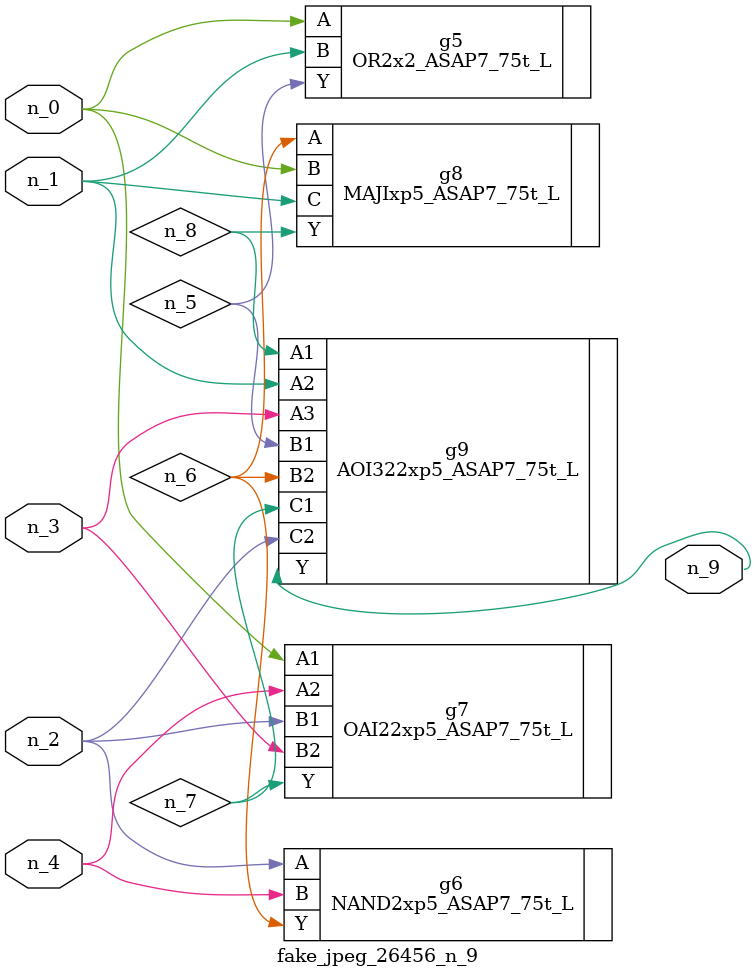
<source format=v>
module fake_jpeg_26456_n_9 (n_3, n_2, n_1, n_0, n_4, n_9);

input n_3;
input n_2;
input n_1;
input n_0;
input n_4;

output n_9;

wire n_8;
wire n_6;
wire n_5;
wire n_7;

OR2x2_ASAP7_75t_L g5 ( 
.A(n_0),
.B(n_1),
.Y(n_5)
);

NAND2xp5_ASAP7_75t_L g6 ( 
.A(n_2),
.B(n_4),
.Y(n_6)
);

OAI22xp5_ASAP7_75t_L g7 ( 
.A1(n_0),
.A2(n_4),
.B1(n_2),
.B2(n_3),
.Y(n_7)
);

MAJIxp5_ASAP7_75t_L g8 ( 
.A(n_6),
.B(n_0),
.C(n_1),
.Y(n_8)
);

AOI322xp5_ASAP7_75t_L g9 ( 
.A1(n_8),
.A2(n_1),
.A3(n_3),
.B1(n_5),
.B2(n_6),
.C1(n_7),
.C2(n_2),
.Y(n_9)
);


endmodule
</source>
